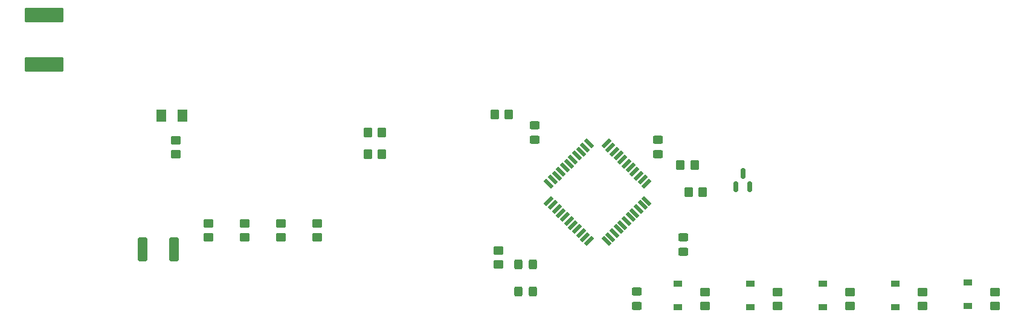
<source format=gtp>
G04 #@! TF.GenerationSoftware,KiCad,Pcbnew,(6.0.1)*
G04 #@! TF.CreationDate,2022-01-24T13:46:14-05:00*
G04 #@! TF.ProjectId,copis_electronics,636f7069-735f-4656-9c65-6374726f6e69,rev?*
G04 #@! TF.SameCoordinates,Original*
G04 #@! TF.FileFunction,Paste,Top*
G04 #@! TF.FilePolarity,Positive*
%FSLAX46Y46*%
G04 Gerber Fmt 4.6, Leading zero omitted, Abs format (unit mm)*
G04 Created by KiCad (PCBNEW (6.0.1)) date 2022-01-24 13:46:14*
%MOMM*%
%LPD*%
G01*
G04 APERTURE LIST*
G04 Aperture macros list*
%AMRoundRect*
0 Rectangle with rounded corners*
0 $1 Rounding radius*
0 $2 $3 $4 $5 $6 $7 $8 $9 X,Y pos of 4 corners*
0 Add a 4 corners polygon primitive as box body*
4,1,4,$2,$3,$4,$5,$6,$7,$8,$9,$2,$3,0*
0 Add four circle primitives for the rounded corners*
1,1,$1+$1,$2,$3*
1,1,$1+$1,$4,$5*
1,1,$1+$1,$6,$7*
1,1,$1+$1,$8,$9*
0 Add four rect primitives between the rounded corners*
20,1,$1+$1,$2,$3,$4,$5,0*
20,1,$1+$1,$4,$5,$6,$7,0*
20,1,$1+$1,$6,$7,$8,$9,0*
20,1,$1+$1,$8,$9,$2,$3,0*%
%AMRotRect*
0 Rectangle, with rotation*
0 The origin of the aperture is its center*
0 $1 length*
0 $2 width*
0 $3 Rotation angle, in degrees counterclockwise*
0 Add horizontal line*
21,1,$1,$2,0,0,$3*%
G04 Aperture macros list end*
%ADD10RoundRect,0.250000X-0.350000X-0.450000X0.350000X-0.450000X0.350000X0.450000X-0.350000X0.450000X0*%
%ADD11RotRect,1.500000X0.550000X45.000000*%
%ADD12RotRect,1.500000X0.550000X135.000000*%
%ADD13RoundRect,0.250000X0.450000X-0.350000X0.450000X0.350000X-0.450000X0.350000X-0.450000X-0.350000X0*%
%ADD14RoundRect,0.250000X0.450000X-0.325000X0.450000X0.325000X-0.450000X0.325000X-0.450000X-0.325000X0*%
%ADD15RoundRect,0.250000X-0.325000X-0.450000X0.325000X-0.450000X0.325000X0.450000X-0.325000X0.450000X0*%
%ADD16RoundRect,0.250000X-0.450000X0.350000X-0.450000X-0.350000X0.450000X-0.350000X0.450000X0.350000X0*%
%ADD17RoundRect,0.250000X-0.450000X0.325000X-0.450000X-0.325000X0.450000X-0.325000X0.450000X0.325000X0*%
%ADD18RoundRect,0.250001X-0.462499X-0.624999X0.462499X-0.624999X0.462499X0.624999X-0.462499X0.624999X0*%
%ADD19R,1.200000X0.900000*%
%ADD20RoundRect,0.250000X0.350000X0.450000X-0.350000X0.450000X-0.350000X-0.450000X0.350000X-0.450000X0*%
%ADD21RoundRect,0.150000X0.150000X-0.587500X0.150000X0.587500X-0.150000X0.587500X-0.150000X-0.587500X0*%
%ADD22RoundRect,0.250001X-2.474999X0.799999X-2.474999X-0.799999X2.474999X-0.799999X2.474999X0.799999X0*%
%ADD23RoundRect,0.250000X-0.400000X-1.450000X0.400000X-1.450000X0.400000X1.450000X-0.400000X1.450000X0*%
G04 APERTURE END LIST*
D10*
X135398000Y-75429000D03*
X137398000Y-75429000D03*
D11*
X142975664Y-87562082D03*
X143541350Y-88127767D03*
X144107035Y-88693452D03*
X144672720Y-89259138D03*
X145238406Y-89824823D03*
X145804091Y-90390509D03*
X146369777Y-90956194D03*
X146935462Y-91521880D03*
X147501148Y-92087565D03*
X148066833Y-92653250D03*
X148632518Y-93218936D03*
D12*
X151036682Y-93218936D03*
X151602367Y-92653250D03*
X152168052Y-92087565D03*
X152733738Y-91521880D03*
X153299423Y-90956194D03*
X153865109Y-90390509D03*
X154430794Y-89824823D03*
X154996480Y-89259138D03*
X155562165Y-88693452D03*
X156127850Y-88127767D03*
X156693536Y-87562082D03*
D11*
X156693536Y-85157918D03*
X156127850Y-84592233D03*
X155562165Y-84026548D03*
X154996480Y-83460862D03*
X154430794Y-82895177D03*
X153865109Y-82329491D03*
X153299423Y-81763806D03*
X152733738Y-81198120D03*
X152168052Y-80632435D03*
X151602367Y-80066750D03*
X151036682Y-79501064D03*
D12*
X148632518Y-79501064D03*
X148066833Y-80066750D03*
X147501148Y-80632435D03*
X146935462Y-81198120D03*
X146369777Y-81763806D03*
X145804091Y-82329491D03*
X145238406Y-82895177D03*
X144672720Y-83460862D03*
X144107035Y-84026548D03*
X143541350Y-84592233D03*
X142975664Y-85157918D03*
D13*
X110490000Y-92710000D03*
X110490000Y-90710000D03*
D14*
X155346400Y-102320200D03*
X155346400Y-100270200D03*
D15*
X138675000Y-96520000D03*
X140725000Y-96520000D03*
D14*
X161798000Y-94742000D03*
X161798000Y-92692000D03*
D16*
X90678000Y-79026000D03*
X90678000Y-81026000D03*
D13*
X164846000Y-102362000D03*
X164846000Y-100362000D03*
D17*
X140970000Y-76944000D03*
X140970000Y-78994000D03*
D18*
X91657500Y-75565000D03*
X88682500Y-75565000D03*
D19*
X161036000Y-99188000D03*
X161036000Y-102488000D03*
D13*
X195326000Y-102346000D03*
X195326000Y-100346000D03*
X205486000Y-102362000D03*
X205486000Y-100362000D03*
D19*
X201676000Y-99062000D03*
X201676000Y-102362000D03*
X171196000Y-99188000D03*
X171196000Y-102488000D03*
X191516000Y-99188000D03*
X191516000Y-102488000D03*
X181356000Y-99188000D03*
X181356000Y-102488000D03*
D13*
X185166000Y-102362000D03*
X185166000Y-100362000D03*
X175006000Y-102362000D03*
X175006000Y-100362000D03*
D20*
X164560000Y-86360000D03*
X162560000Y-86360000D03*
D15*
X138675000Y-100330000D03*
X140725000Y-100330000D03*
D21*
X169230000Y-85597500D03*
X171130000Y-85597500D03*
X170180000Y-83722500D03*
D13*
X105410000Y-92710000D03*
X105410000Y-90710000D03*
D14*
X158242000Y-81035000D03*
X158242000Y-78985000D03*
D20*
X163417000Y-82550000D03*
X161417000Y-82550000D03*
D13*
X135890000Y-96520000D03*
X135890000Y-94520000D03*
D10*
X117602000Y-77978000D03*
X119602000Y-77978000D03*
D13*
X95250000Y-92694000D03*
X95250000Y-90694000D03*
X100330000Y-92710000D03*
X100330000Y-90710000D03*
D22*
X72212200Y-68372000D03*
X72212200Y-61422000D03*
D23*
X86040000Y-94335600D03*
X90490000Y-94335600D03*
D10*
X117602000Y-81026000D03*
X119602000Y-81026000D03*
M02*

</source>
